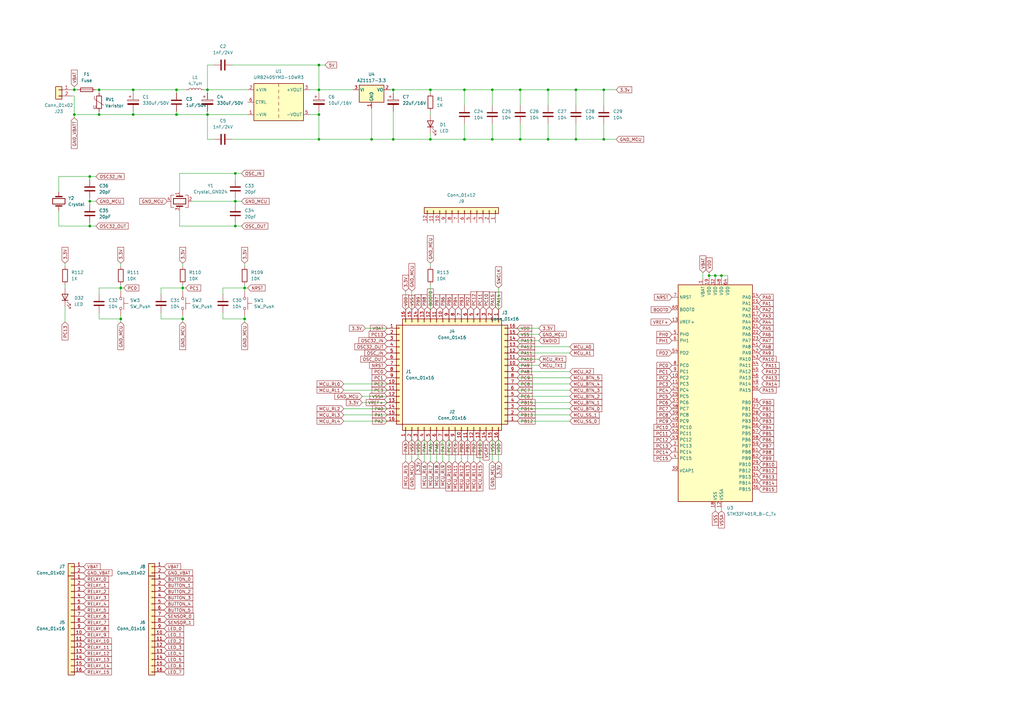
<source format=kicad_sch>
(kicad_sch (version 20250114) (generator "eeschema") (generator_version "9.0")
  (paper "A3")
  (junction (at 85.09 46.99))
  (junction (at 290.83 113.03))
  (junction (at 96.52 82.55))
  (junction (at 72.39 46.99))
  (junction (at 36.83 92.71))
  (junction (at 247.65 57.15))
  (junction (at 190.5 57.15))
  (junction (at 72.39 36.83))
  (junction (at 176.53 36.83))
  (junction (at 130.81 26.67))
  (junction (at 293.37 113.03))
  (junction (at 161.29 57.15))
  (junction (at 201.93 57.15))
  (junction (at 201.93 36.83))
  (junction (at 96.52 71.12))
  (junction (at 247.65 36.83))
  (junction (at 130.81 46.99))
  (junction (at 100.33 118.11))
  (junction (at 176.53 57.15))
  (junction (at 190.5 36.83))
  (junction (at 224.79 57.15))
  (junction (at 54.61 46.99))
  (junction (at 100.33 130.81))
  (junction (at 74.93 130.81))
  (junction (at 30.48 36.83))
  (junction (at 130.81 57.15))
  (junction (at 161.29 36.83))
  (junction (at 49.53 118.11))
  (junction (at 96.52 92.71))
  (junction (at 74.93 118.11))
  (junction (at 213.36 36.83))
  (junction (at 213.36 57.15))
  (junction (at 54.61 36.83))
  (junction (at 36.83 72.39))
  (junction (at 295.91 113.03))
  (junction (at 236.22 57.15))
  (junction (at 30.48 46.99))
  (junction (at 130.81 36.83))
  (junction (at 152.4 57.15))
  (junction (at 36.83 82.55))
  (junction (at 85.09 36.83))
  (junction (at 224.79 36.83))
  (junction (at 49.53 130.81))
  (junction (at 40.64 36.83))
  (junction (at 40.64 46.99))
  (junction (at 236.22 36.83))
  (wire (pts (xy 213.36 36.83) (xy 213.36 43.18)))
  (wire (pts (xy 212.09 137.16) (xy 220.98 137.16)))
  (wire (pts (xy 85.09 45.72) (xy 85.09 46.99)))
  (wire (pts (xy 40.64 36.83) (xy 39.37 36.83)))
  (wire (pts (xy 40.64 36.83) (xy 54.61 36.83)))
  (wire (pts (xy 24.13 86.36) (xy 24.13 92.71)))
  (wire (pts (xy 72.39 36.83) (xy 72.39 38.1)))
  (wire (pts (xy 91.44 118.11) (xy 100.33 118.11)))
  (wire (pts (xy 39.37 92.71) (xy 36.83 92.71)))
  (wire (pts (xy 30.48 35.56) (xy 30.48 36.83)))
  (wire (pts (xy 293.37 113.03) (xy 293.37 114.3)))
  (wire (pts (xy 201.93 36.83) (xy 201.93 43.18)))
  (wire (pts (xy 130.81 45.72) (xy 130.81 46.99)))
  (wire (pts (xy 30.48 39.37) (xy 30.48 46.99)))
  (wire (pts (xy 152.4 44.45) (xy 152.4 57.15)))
  (wire (pts (xy 100.33 116.84) (xy 100.33 118.11)))
  (wire (pts (xy 140.97 157.48) (xy 158.75 157.48)))
  (wire (pts (xy 49.53 107.95) (xy 49.53 109.22)))
  (wire (pts (xy 148.59 165.1) (xy 158.75 165.1)))
  (wire (pts (xy 212.09 139.7) (xy 220.98 139.7)))
  (wire (pts (xy 100.33 129.54) (xy 100.33 130.81)))
  (wire (pts (xy 36.83 72.39) (xy 36.83 73.66)))
  (wire (pts (xy 85.09 36.83) (xy 85.09 38.1)))
  (wire (pts (xy 36.83 81.28) (xy 36.83 82.55)))
  (wire (pts (xy 236.22 36.83) (xy 236.22 43.18)))
  (wire (pts (xy 24.13 92.71) (xy 36.83 92.71)))
  (wire (pts (xy 247.65 36.83) (xy 252.73 36.83)))
  (wire (pts (xy 99.06 92.71) (xy 96.52 92.71)))
  (wire (pts (xy 85.09 26.67) (xy 85.09 36.83)))
  (wire (pts (xy 212.09 165.1) (xy 233.68 165.1)))
  (wire (pts (xy 196.85 180.34) (xy 196.85 189.23)))
  (wire (pts (xy 130.81 57.15) (xy 130.81 46.99)))
  (wire (pts (xy 161.29 45.72) (xy 161.29 57.15)))
  (wire (pts (xy 76.2 36.83) (xy 72.39 36.83)))
  (wire (pts (xy 161.29 57.15) (xy 152.4 57.15)))
  (wire (pts (xy 295.91 113.03) (xy 295.91 114.3)))
  (wire (pts (xy 36.83 72.39) (xy 24.13 72.39)))
  (wire (pts (xy 29.21 36.83) (xy 30.48 36.83)))
  (wire (pts (xy 236.22 36.83) (xy 247.65 36.83)))
  (wire (pts (xy 66.04 128.27) (xy 66.04 130.81)))
  (wire (pts (xy 194.31 180.34) (xy 194.31 189.23)))
  (wire (pts (xy 99.06 71.12) (xy 96.52 71.12)))
  (wire (pts (xy 49.53 116.84) (xy 49.53 118.11)))
  (wire (pts (xy 201.93 36.83) (xy 213.36 36.83)))
  (wire (pts (xy 72.39 46.99) (xy 85.09 46.99)))
  (wire (pts (xy 176.53 36.83) (xy 190.5 36.83)))
  (wire (pts (xy 191.77 180.34) (xy 191.77 189.23)))
  (wire (pts (xy 295.91 208.28) (xy 295.91 209.55)))
  (wire (pts (xy 87.63 57.15) (xy 85.09 57.15)))
  (wire (pts (xy 201.93 50.8) (xy 201.93 57.15)))
  (wire (pts (xy 212.09 142.24) (xy 233.68 142.24)))
  (wire (pts (xy 66.04 120.65) (xy 66.04 118.11)))
  (wire (pts (xy 40.64 130.81) (xy 49.53 130.81)))
  (wire (pts (xy 26.67 116.84) (xy 26.67 118.11)))
  (wire (pts (xy 298.45 113.03) (xy 298.45 114.3)))
  (wire (pts (xy 212.09 152.4) (xy 233.68 152.4)))
  (wire (pts (xy 66.04 118.11) (xy 74.93 118.11)))
  (wire (pts (xy 213.36 50.8) (xy 213.36 57.15)))
  (wire (pts (xy 130.81 36.83) (xy 144.78 36.83)))
  (wire (pts (xy 40.64 46.99) (xy 54.61 46.99)))
  (wire (pts (xy 91.44 128.27) (xy 91.44 130.81)))
  (wire (pts (xy 186.69 180.34) (xy 186.69 189.23)))
  (wire (pts (xy 224.79 36.83) (xy 236.22 36.83)))
  (wire (pts (xy 168.91 119.38) (xy 168.91 127)))
  (wire (pts (xy 85.09 46.99) (xy 101.6 46.99)))
  (wire (pts (xy 91.44 130.81) (xy 100.33 130.81)))
  (wire (pts (xy 95.25 57.15) (xy 130.81 57.15)))
  (wire (pts (xy 95.25 26.67) (xy 130.81 26.67)))
  (wire (pts (xy 96.52 82.55) (xy 96.52 83.82)))
  (wire (pts (xy 293.37 208.28) (xy 293.37 209.55)))
  (wire (pts (xy 166.37 180.34) (xy 166.37 189.23)))
  (wire (pts (xy 171.45 180.34) (xy 171.45 187.96)))
  (wire (pts (xy 76.2 118.11) (xy 74.93 118.11)))
  (wire (pts (xy 161.29 36.83) (xy 161.29 38.1)))
  (wire (pts (xy 72.39 45.72) (xy 72.39 46.99)))
  (wire (pts (xy 74.93 116.84) (xy 74.93 118.11)))
  (wire (pts (xy 40.64 120.65) (xy 40.64 118.11)))
  (wire (pts (xy 190.5 50.8) (xy 190.5 57.15)))
  (wire (pts (xy 96.52 71.12) (xy 96.52 73.66)))
  (wire (pts (xy 247.65 57.15) (xy 252.73 57.15)))
  (wire (pts (xy 213.36 57.15) (xy 224.79 57.15)))
  (wire (pts (xy 36.83 82.55) (xy 39.37 82.55)))
  (wire (pts (xy 133.35 26.67) (xy 130.81 26.67)))
  (wire (pts (xy 190.5 57.15) (xy 201.93 57.15)))
  (wire (pts (xy 173.99 180.34) (xy 173.99 189.23)))
  (wire (pts (xy 212.09 134.62) (xy 220.98 134.62)))
  (wire (pts (xy 288.29 111.76) (xy 288.29 114.3)))
  (wire (pts (xy 36.83 82.55) (xy 36.83 83.82)))
  (wire (pts (xy 85.09 46.99) (xy 85.09 57.15)))
  (wire (pts (xy 224.79 36.83) (xy 224.79 43.18)))
  (wire (pts (xy 176.53 180.34) (xy 176.53 189.23)))
  (wire (pts (xy 190.5 36.83) (xy 190.5 43.18)))
  (wire (pts (xy 176.53 36.83) (xy 176.53 38.1)))
  (wire (pts (xy 130.81 38.1) (xy 130.81 36.83)))
  (wire (pts (xy 96.52 82.55) (xy 99.06 82.55)))
  (wire (pts (xy 140.97 160.02) (xy 158.75 160.02)))
  (wire (pts (xy 85.09 36.83) (xy 101.6 36.83)))
  (wire (pts (xy 190.5 36.83) (xy 201.93 36.83)))
  (wire (pts (xy 176.53 54.61) (xy 176.53 57.15)))
  (wire (pts (xy 54.61 45.72) (xy 54.61 46.99)))
  (wire (pts (xy 66.04 130.81) (xy 74.93 130.81)))
  (wire (pts (xy 96.52 81.28) (xy 96.52 82.55)))
  (wire (pts (xy 189.23 180.34) (xy 189.23 189.23)))
  (wire (pts (xy 40.64 118.11) (xy 49.53 118.11)))
  (wire (pts (xy 247.65 50.8) (xy 247.65 57.15)))
  (wire (pts (xy 149.86 134.62) (xy 158.75 134.62)))
  (wire (pts (xy 293.37 113.03) (xy 295.91 113.03)))
  (wire (pts (xy 96.52 71.12) (xy 73.66 71.12)))
  (wire (pts (xy 161.29 36.83) (xy 176.53 36.83)))
  (wire (pts (xy 212.09 162.56) (xy 233.68 162.56)))
  (wire (pts (xy 224.79 57.15) (xy 236.22 57.15)))
  (wire (pts (xy 96.52 91.44) (xy 96.52 92.71)))
  (wire (pts (xy 212.09 154.94) (xy 233.68 154.94)))
  (wire (pts (xy 40.64 128.27) (xy 40.64 130.81)))
  (wire (pts (xy 201.93 57.15) (xy 213.36 57.15)))
  (wire (pts (xy 176.53 57.15) (xy 161.29 57.15)))
  (wire (pts (xy 176.53 107.95) (xy 176.53 109.22)))
  (wire (pts (xy 74.93 130.81) (xy 74.93 132.08)))
  (wire (pts (xy 30.48 46.99) (xy 40.64 46.99)))
  (wire (pts (xy 181.61 180.34) (xy 181.61 189.23)))
  (wire (pts (xy 130.81 26.67) (xy 130.81 36.83)))
  (wire (pts (xy 212.09 170.18) (xy 233.68 170.18)))
  (wire (pts (xy 87.63 26.67) (xy 85.09 26.67)))
  (wire (pts (xy 73.66 71.12) (xy 73.66 78.74)))
  (wire (pts (xy 49.53 130.81) (xy 49.53 132.08)))
  (wire (pts (xy 26.67 125.73) (xy 26.67 132.08)))
  (wire (pts (xy 29.21 39.37) (xy 30.48 39.37)))
  (wire (pts (xy 236.22 57.15) (xy 247.65 57.15)))
  (wire (pts (xy 96.52 92.71) (xy 73.66 92.71)))
  (wire (pts (xy 212.09 144.78) (xy 233.68 144.78)))
  (wire (pts (xy 140.97 167.64) (xy 158.75 167.64)))
  (wire (pts (xy 100.33 130.81) (xy 100.33 132.08)))
  (wire (pts (xy 54.61 46.99) (xy 72.39 46.99)))
  (wire (pts (xy 74.93 129.54) (xy 74.93 130.81)))
  (wire (pts (xy 39.37 72.39) (xy 36.83 72.39)))
  (wire (pts (xy 290.83 111.76) (xy 290.83 113.03)))
  (wire (pts (xy 50.8 118.11) (xy 49.53 118.11)))
  (wire (pts (xy 247.65 36.83) (xy 247.65 43.18)))
  (wire (pts (xy 176.53 116.84) (xy 176.53 127)))
  (wire (pts (xy 40.64 45.72) (xy 40.64 46.99)))
  (wire (pts (xy 127 36.83) (xy 130.81 36.83)))
  (wire (pts (xy 140.97 170.18) (xy 158.75 170.18)))
  (wire (pts (xy 213.36 36.83) (xy 224.79 36.83)))
  (wire (pts (xy 201.93 180.34) (xy 201.93 189.23)))
  (wire (pts (xy 74.93 107.95) (xy 74.93 109.22)))
  (wire (pts (xy 40.64 36.83) (xy 40.64 38.1)))
  (wire (pts (xy 31.75 36.83) (xy 30.48 36.83)))
  (wire (pts (xy 100.33 107.95) (xy 100.33 109.22)))
  (wire (pts (xy 49.53 129.54) (xy 49.53 130.81)))
  (wire (pts (xy 176.53 45.72) (xy 176.53 46.99)))
  (wire (pts (xy 290.83 113.03) (xy 293.37 113.03)))
  (wire (pts (xy 212.09 167.64) (xy 233.68 167.64)))
  (wire (pts (xy 212.09 157.48) (xy 233.68 157.48)))
  (wire (pts (xy 152.4 57.15) (xy 130.81 57.15)))
  (wire (pts (xy 290.83 114.3) (xy 290.83 113.03)))
  (wire (pts (xy 212.09 147.32) (xy 220.98 147.32)))
  (wire (pts (xy 168.91 180.34) (xy 168.91 189.23)))
  (wire (pts (xy 140.97 172.72) (xy 158.75 172.72)))
  (wire (pts (xy 204.47 180.34) (xy 204.47 189.23)))
  (wire (pts (xy 72.39 36.83) (xy 54.61 36.83)))
  (wire (pts (xy 54.61 36.83) (xy 54.61 38.1)))
  (wire (pts (xy 73.66 92.71) (xy 73.66 86.36)))
  (wire (pts (xy 101.6 118.11) (xy 100.33 118.11)))
  (wire (pts (xy 179.07 180.34) (xy 179.07 189.23)))
  (wire (pts (xy 204.47 118.11) (xy 204.47 127)))
  (wire (pts (xy 49.53 118.11) (xy 49.53 119.38)))
  (wire (pts (xy 26.67 107.95) (xy 26.67 109.22)))
  (wire (pts (xy 36.83 92.71) (xy 36.83 91.44)))
  (wire (pts (xy 212.09 149.86) (xy 220.98 149.86)))
  (wire (pts (xy 83.82 36.83) (xy 85.09 36.83)))
  (wire (pts (xy 295.91 113.03) (xy 298.45 113.03)))
  (wire (pts (xy 176.53 57.15) (xy 190.5 57.15)))
  (wire (pts (xy 224.79 50.8) (xy 224.79 57.15)))
  (wire (pts (xy 78.74 82.55) (xy 96.52 82.55)))
  (wire (pts (xy 74.93 118.11) (xy 74.93 119.38)))
  (wire (pts (xy 212.09 160.02) (xy 233.68 160.02)))
  (wire (pts (xy 184.15 180.34) (xy 184.15 189.23)))
  (wire (pts (xy 160.02 36.83) (xy 161.29 36.83)))
  (wire (pts (xy 236.22 50.8) (xy 236.22 57.15)))
  (wire (pts (xy 100.33 118.11) (xy 100.33 119.38)))
  (wire (pts (xy 91.44 120.65) (xy 91.44 118.11)))
  (wire (pts (xy 148.59 162.56) (xy 158.75 162.56)))
  (wire (pts (xy 30.48 46.99) (xy 30.48 48.26)))
  (wire (pts (xy 127 46.99) (xy 130.81 46.99)))
  (wire (pts (xy 212.09 172.72) (xy 233.68 172.72)))
  (wire (pts (xy 24.13 72.39) (xy 24.13 78.74)))
  (wire (pts (xy 166.37 119.38) (xy 166.37 127)))
  (global_label "MCU_BTN_2" (shape input) (at 233.68 162.56 0) (property "Intersheetrefs" "${INTERSHEET_REFS}" (effects (hide yes))))
  (global_label "VREF+" (shape input) (at 158.75 165.1 180) (property "Intersheetrefs" "${INTERSHEET_REFS}" (effects (hide yes))))
  (global_label "GND_MCU" (shape input) (at 176.53 107.95 90) (property "Intersheetrefs" "${INTERSHEET_REFS}" (effects (hide yes))))
  (global_label "PB2" (shape input) (at 194.31 180.34 270) (property "Intersheetrefs" "${INTERSHEET_REFS}" (effects (hide yes))))
  (global_label "MCU_RL14" (shape input) (at 194.31 189.23 270) (property "Intersheetrefs" "${INTERSHEET_REFS}" (effects (hide yes))))
  (global_label "PA8" (shape input) (at 311.15 142.24 0) (property "Intersheetrefs" "${INTERSHEET_REFS}" (effects (hide yes))))
  (global_label "PB1" (shape input) (at 191.77 180.34 270) (property "Intersheetrefs" "${INTERSHEET_REFS}" (effects (hide yes))))
  (global_label "BUTTON_5" (shape input) (at 67.31 250.19 0) (property "Intersheetrefs" "${INTERSHEET_REFS}" (effects (hide yes))))
  (global_label "RELAY_2" (shape input) (at 34.29 242.57 0) (property "Intersheetrefs" "${INTERSHEET_REFS}" (effects (hide yes))))
  (global_label "BUTTON_1" (shape input) (at 67.31 240.03 0) (property "Intersheetrefs" "${INTERSHEET_REFS}" (effects (hide yes))))
  (global_label "PC9" (shape input) (at 212.09 154.94 0) (property "Intersheetrefs" "${INTERSHEET_REFS}" (effects (hide yes))))
  (global_label "PA6" (shape input) (at 311.15 137.16 0) (property "Intersheetrefs" "${INTERSHEET_REFS}" (effects (hide yes))))
  (global_label "PB3" (shape input) (at 189.23 127 90) (property "Intersheetrefs" "${INTERSHEET_REFS}" (effects (hide yes))))
  (global_label "PC11" (shape input) (at 196.85 127 90) (property "Intersheetrefs" "${INTERSHEET_REFS}" (effects (hide yes))))
  (global_label "GND_MCU" (shape input) (at 39.37 82.55 0) (property "Intersheetrefs" "${INTERSHEET_REFS}" (effects (hide yes))))
  (global_label "PC15" (shape input) (at 275.59 187.96 180) (property "Intersheetrefs" "${INTERSHEET_REFS}" (effects (hide yes))))
  (global_label "VBAT" (shape input) (at 288.29 111.76 90) (property "Intersheetrefs" "${INTERSHEET_REFS}" (effects (hide yes))))
  (global_label "RELAY_15" (shape input) (at 34.29 275.59 0) (property "Intersheetrefs" "${INTERSHEET_REFS}" (effects (hide yes))))
  (global_label "PA1" (shape input) (at 158.75 170.18 180) (property "Intersheetrefs" "${INTERSHEET_REFS}" (effects (hide yes))))
  (global_label "PC11" (shape input) (at 275.59 177.8 180) (property "Intersheetrefs" "${INTERSHEET_REFS}" (effects (hide yes))))
  (global_label "GND_MCU" (shape input) (at 252.73 57.15 0) (property "Intersheetrefs" "${INTERSHEET_REFS}" (effects (hide yes))))
  (global_label "PA9" (shape input) (at 311.15 144.78 0) (property "Intersheetrefs" "${INTERSHEET_REFS}" (effects (hide yes))))
  (global_label "RELAY_8" (shape input) (at 34.29 257.81 0) (property "Intersheetrefs" "${INTERSHEET_REFS}" (effects (hide yes))))
  (global_label "MCU_RL11" (shape input) (at 186.69 189.23 270) (property "Intersheetrefs" "${INTERSHEET_REFS}" (effects (hide yes))))
  (global_label "PA10" (shape input) (at 212.09 147.32 0) (property "Intersheetrefs" "${INTERSHEET_REFS}" (effects (hide yes))))
  (global_label "3.3V" (shape input) (at 148.59 165.1 180) (property "Intersheetrefs" "${INTERSHEET_REFS}" (effects (hide yes))))
  (global_label "OSC_OUT" (shape input) (at 158.75 147.32 180) (property "Intersheetrefs" "${INTERSHEET_REFS}" (effects (hide yes))))
  (global_label "PC14" (shape input) (at 275.59 185.42 180) (property "Intersheetrefs" "${INTERSHEET_REFS}" (effects (hide yes))))
  (global_label "PC13" (shape input) (at 158.75 137.16 180) (property "Intersheetrefs" "${INTERSHEET_REFS}" (effects (hide yes))))
  (global_label "VBAT" (shape input) (at 30.48 35.56 90) (property "Intersheetrefs" "${INTERSHEET_REFS}" (effects (hide yes))))
  (global_label "PH0" (shape input) (at 275.59 137.16 180) (property "Intersheetrefs" "${INTERSHEET_REFS}" (effects (hide yes))))
  (global_label "MCU_RL0" (shape input) (at 140.97 157.48 180) (property "Intersheetrefs" "${INTERSHEET_REFS}" (effects (hide yes))))
  (global_label "PC12" (shape input) (at 194.31 127 90) (property "Intersheetrefs" "${INTERSHEET_REFS}" (effects (hide yes))))
  (global_label "PA12" (shape input) (at 212.09 142.24 0) (property "Intersheetrefs" "${INTERSHEET_REFS}" (effects (hide yes))))
  (global_label "VSSA" (shape input) (at 295.91 209.55 270) (property "Intersheetrefs" "${INTERSHEET_REFS}" (effects (hide yes))))
  (global_label "PA7" (shape input) (at 181.61 180.34 270) (property "Intersheetrefs" "${INTERSHEET_REFS}" (effects (hide yes))))
  (global_label "PA14" (shape input) (at 312.42 157.48 0) (property "Intersheetrefs" "${INTERSHEET_REFS}" (effects (hide yes))))
  (global_label "NRST" (shape input) (at 158.75 149.86 180) (property "Intersheetrefs" "${INTERSHEET_REFS}" (effects (hide yes))))
  (global_label "PA5" (shape input) (at 311.15 134.62 0) (property "Intersheetrefs" "${INTERSHEET_REFS}" (effects (hide yes))))
  (global_label "GND_MCU" (shape input) (at 168.91 119.38 90) (property "Intersheetrefs" "${INTERSHEET_REFS}" (effects (hide yes))))
  (global_label "NRST" (shape input) (at 275.59 121.92 180) (property "Intersheetrefs" "${INTERSHEET_REFS}" (effects (hide yes))))
  (global_label "GND_MCU" (shape input) (at 201.93 189.23 270) (property "Intersheetrefs" "${INTERSHEET_REFS}" (effects (hide yes))))
  (global_label "RELAY_1" (shape input) (at 34.29 240.03 0) (property "Intersheetrefs" "${INTERSHEET_REFS}" (effects (hide yes))))
  (global_label "PB7" (shape input) (at 311.15 182.88 0) (property "Intersheetrefs" "${INTERSHEET_REFS}" (effects (hide yes))))
  (global_label "OSC_IN" (shape input) (at 99.06 71.12 0) (property "Intersheetrefs" "${INTERSHEET_REFS}" (effects (hide yes))))
  (global_label "BUTTON_3" (shape input) (at 67.31 245.11 0) (property "Intersheetrefs" "${INTERSHEET_REFS}" (effects (hide yes))))
  (global_label "MCU_RL3" (shape input) (at 140.97 170.18 180) (property "Intersheetrefs" "${INTERSHEET_REFS}" (effects (hide yes))))
  (global_label "3.3V" (shape input) (at 204.47 189.23 270) (property "Intersheetrefs" "${INTERSHEET_REFS}" (effects (hide yes))))
  (global_label "PB4" (shape input) (at 311.15 175.26 0) (property "Intersheetrefs" "${INTERSHEET_REFS}" (effects (hide yes))))
  (global_label "RELAY_3" (shape input) (at 34.29 245.11 0) (property "Intersheetrefs" "${INTERSHEET_REFS}" (effects (hide yes))))
  (global_label "MCU_A1" (shape input) (at 233.68 144.78 0) (property "Intersheetrefs" "${INTERSHEET_REFS}" (effects (hide yes))))
  (global_label "PC6" (shape input) (at 212.09 162.56 0) (property "Intersheetrefs" "${INTERSHEET_REFS}" (effects (hide yes))))
  (global_label "PA0" (shape input) (at 311.15 121.92 0) (property "Intersheetrefs" "${INTERSHEET_REFS}" (effects (hide yes))))
  (global_label "RELAY_12" (shape input) (at 34.29 267.97 0) (property "Intersheetrefs" "${INTERSHEET_REFS}" (effects (hide yes))))
  (global_label "MCU_RL7" (shape input) (at 176.53 189.23 270) (property "Intersheetrefs" "${INTERSHEET_REFS}" (effects (hide yes))))
  (global_label "VDD" (shape input) (at 204.47 180.34 270) (property "Intersheetrefs" "${INTERSHEET_REFS}" (effects (hide yes))))
  (global_label "PC3" (shape input) (at 275.59 157.48 180) (property "Intersheetrefs" "${INTERSHEET_REFS}" (effects (hide yes))))
  (global_label "PB1" (shape input) (at 311.15 167.64 0) (property "Intersheetrefs" "${INTERSHEET_REFS}" (effects (hide yes))))
  (global_label "PC13" (shape input) (at 275.59 182.88 180) (property "Intersheetrefs" "${INTERSHEET_REFS}" (effects (hide yes))))
  (global_label "PB9" (shape input) (at 171.45 127 90) (property "Intersheetrefs" "${INTERSHEET_REFS}" (effects (hide yes))))
  (global_label "BOOT0" (shape input) (at 176.53 127 90) (property "Intersheetrefs" "${INTERSHEET_REFS}" (effects (hide yes))))
  (global_label "PC1" (shape input) (at 275.59 152.4 180) (property "Intersheetrefs" "${INTERSHEET_REFS}" (effects (hide yes))))
  (global_label "PB3" (shape input) (at 311.15 172.72 0) (property "Intersheetrefs" "${INTERSHEET_REFS}" (effects (hide yes))))
  (global_label "MCU_RL2" (shape input) (at 140.97 167.64 180) (property "Intersheetrefs" "${INTERSHEET_REFS}" (effects (hide yes))))
  (global_label "OSC_OUT" (shape input) (at 99.06 92.71 0) (property "Intersheetrefs" "${INTERSHEET_REFS}" (effects (hide yes))))
  (global_label "PA9" (shape input) (at 212.09 149.86 0) (property "Intersheetrefs" "${INTERSHEET_REFS}" (effects (hide yes))))
  (global_label "VREF+" (shape input) (at 275.59 132.08 180) (property "Intersheetrefs" "${INTERSHEET_REFS}" (effects (hide yes))))
  (global_label "BOOT0" (shape input) (at 275.59 127 180) (property "Intersheetrefs" "${INTERSHEET_REFS}" (effects (hide yes))))
  (global_label "PB0" (shape input) (at 189.23 180.34 270) (property "Intersheetrefs" "${INTERSHEET_REFS}" (effects (hide yes))))
  (global_label "OSC32_IN" (shape input) (at 158.75 139.7 180) (property "Intersheetrefs" "${INTERSHEET_REFS}" (effects (hide yes))))
  (global_label "PB9" (shape input) (at 311.15 187.96 0) (property "Intersheetrefs" "${INTERSHEET_REFS}" (effects (hide yes))))
  (global_label "3.3V" (shape input) (at 149.86 134.62 180) (property "Intersheetrefs" "${INTERSHEET_REFS}" (effects (hide yes))))
  (global_label "PA11" (shape input) (at 212.09 144.78 0) (property "Intersheetrefs" "${INTERSHEET_REFS}" (effects (hide yes))))
  (global_label "PC5" (shape input) (at 186.69 180.34 270) (property "Intersheetrefs" "${INTERSHEET_REFS}" (effects (hide yes))))
  (global_label "OSC32_OUT" (shape input) (at 39.37 92.71 0) (property "Intersheetrefs" "${INTERSHEET_REFS}" (effects (hide yes))))
  (global_label "OSC32_OUT" (shape input) (at 158.75 142.24 180) (property "Intersheetrefs" "${INTERSHEET_REFS}" (effects (hide yes))))
  (global_label "MCU_BTN_3" (shape input) (at 233.68 160.02 0) (property "Intersheetrefs" "${INTERSHEET_REFS}" (effects (hide yes))))
  (global_label "PC10" (shape input) (at 275.59 175.26 180) (property "Intersheetrefs" "${INTERSHEET_REFS}" (effects (hide yes))))
  (global_label "PC8" (shape input) (at 275.59 170.18 180) (property "Intersheetrefs" "${INTERSHEET_REFS}" (effects (hide yes))))
  (global_label "PB7" (shape input) (at 179.07 127 90) (property "Intersheetrefs" "${INTERSHEET_REFS}" (effects (hide yes))))
  (global_label "VSS" (shape input) (at 168.91 180.34 270) (property "Intersheetrefs" "${INTERSHEET_REFS}" (effects (hide yes))))
  (global_label "GND_MCU" (shape input) (at 68.58 82.55 180) (property "Intersheetrefs" "${INTERSHEET_REFS}" (effects (hide yes))))
  (global_label "MCU_BTN_4" (shape input) (at 233.68 157.48 0) (property "Intersheetrefs" "${INTERSHEET_REFS}" (effects (hide yes))))
  (global_label "PC7" (shape input) (at 212.09 160.02 0) (property "Intersheetrefs" "${INTERSHEET_REFS}" (effects (hide yes))))
  (global_label "3.3v" (shape input) (at 252.73 36.83 0) (property "Intersheetrefs" "${INTERSHEET_REFS}" (effects (hide yes))))
  (global_label "PB4" (shape input) (at 186.69 127 90) (property "Intersheetrefs" "${INTERSHEET_REFS}" (effects (hide yes))))
  (global_label "SWDIO" (shape input) (at 220.98 139.7 0) (property "Intersheetrefs" "${INTERSHEET_REFS}" (effects (hide yes))))
  (global_label "NRST" (shape input) (at 101.6 118.11 0) (property "Intersheetrefs" "${INTERSHEET_REFS}" (effects (hide yes))))
  (global_label "OSC_IN" (shape input) (at 158.75 144.78 180) (property "Intersheetrefs" "${INTERSHEET_REFS}" (effects (hide yes))))
  (global_label "GND_MCU" (shape input) (at 74.93 132.08 270) (property "Intersheetrefs" "${INTERSHEET_REFS}" (effects (hide yes))))
  (global_label "PA3" (shape input) (at 311.15 129.54 0) (property "Intersheetrefs" "${INTERSHEET_REFS}" (effects (hide yes))))
  (global_label "PB15" (shape input) (at 212.09 165.1 0) (property "Intersheetrefs" "${INTERSHEET_REFS}" (effects (hide yes))))
  (global_label "LED_4" (shape input) (at 67.31 267.97 0) (property "Intersheetrefs" "${INTERSHEET_REFS}" (effects (hide yes))))
  (global_label "VSS" (shape input) (at 293.37 209.55 270) (property "Intersheetrefs" "${INTERSHEET_REFS}" (effects (hide yes))))
  (global_label "PB15" (shape input) (at 311.15 200.66 0) (property "Intersheetrefs" "${INTERSHEET_REFS}" (effects (hide yes))))
  (global_label "PC1" (shape input) (at 158.75 154.94 180) (property "Intersheetrefs" "${INTERSHEET_REFS}" (effects (hide yes))))
  (global_label "PA15" (shape input) (at 201.93 127 90) (property "Intersheetrefs" "${INTERSHEET_REFS}" (effects (hide yes))))
  (global_label "PA4" (shape input) (at 173.99 180.34 270) (property "Intersheetrefs" "${INTERSHEET_REFS}" (effects (hide yes))))
  (global_label "LED_5" (shape input) (at 67.31 270.51 0) (property "Intersheetrefs" "${INTERSHEET_REFS}" (effects (hide yes))))
  (global_label "PC9" (shape input) (at 275.59 172.72 180) (property "Intersheetrefs" "${INTERSHEET_REFS}" (effects (hide yes))))
  (global_label "GND_MCU" (shape input) (at 99.06 82.55 0) (property "Intersheetrefs" "${INTERSHEET_REFS}" (effects (hide yes))))
  (global_label "PB6" (shape input) (at 181.61 127 90) (property "Intersheetrefs" "${INTERSHEET_REFS}" (effects (hide yes))))
  (global_label "3.3V" (shape input) (at 171.45 187.96 270) (property "Intersheetrefs" "${INTERSHEET_REFS}" (effects (hide yes))))
  (global_label "MCU_RL8" (shape input) (at 179.07 189.23 270) (property "Intersheetrefs" "${INTERSHEET_REFS}" (effects (hide yes))))
  (global_label "PA3" (shape input) (at 166.37 180.34 270) (property "Intersheetrefs" "${INTERSHEET_REFS}" (effects (hide yes))))
  (global_label "PC2" (shape input) (at 158.75 157.48 180) (property "Intersheetrefs" "${INTERSHEET_REFS}" (effects (hide yes))))
  (global_label "PB8" (shape input) (at 173.99 127 90) (property "Intersheetrefs" "${INTERSHEET_REFS}" (effects (hide yes))))
  (global_label "PA5" (shape input) (at 176.53 180.34 270) (property "Intersheetrefs" "${INTERSHEET_REFS}" (effects (hide yes))))
  (global_label "PC7" (shape input) (at 275.59 167.64 180) (property "Intersheetrefs" "${INTERSHEET_REFS}" (effects (hide yes))))
  (global_label "LED_1" (shape input) (at 67.31 260.35 0) (property "Intersheetrefs" "${INTERSHEET_REFS}" (effects (hide yes))))
  (global_label "BUTTON_4" (shape input) (at 67.31 247.65 0) (property "Intersheetrefs" "${INTERSHEET_REFS}" (effects (hide yes))))
  (global_label "PC0" (shape input) (at 158.75 152.4 180) (property "Intersheetrefs" "${INTERSHEET_REFS}" (effects (hide yes))))
  (global_label "PC10" (shape input) (at 199.39 127 90) (property "Intersheetrefs" "${INTERSHEET_REFS}" (effects (hide yes))))
  (global_label "PB13" (shape input) (at 212.09 170.18 0) (property "Intersheetrefs" "${INTERSHEET_REFS}" (effects (hide yes))))
  (global_label "PB10" (shape input) (at 196.85 180.34 270) (property "Intersheetrefs" "${INTERSHEET_REFS}" (effects (hide yes))))
  (global_label "VCAP1" (shape input) (at 199.39 180.34 270) (property "Intersheetrefs" "${INTERSHEET_REFS}" (effects (hide yes))))
  (global_label "OSC32_IN" (shape input) (at 39.37 72.39 0) (property "Intersheetrefs" "${INTERSHEET_REFS}" (effects (hide yes))))
  (global_label "PB12" (shape input) (at 311.15 193.04 0) (property "Intersheetrefs" "${INTERSHEET_REFS}" (effects (hide yes))))
  (global_label "VSS" (shape input) (at 168.91 127 90) (property "Intersheetrefs" "${INTERSHEET_REFS}" (effects (hide yes))))
  (global_label "MCU_RL10" (shape input) (at 184.15 189.23 270) (property "Intersheetrefs" "${INTERSHEET_REFS}" (effects (hide yes))))
  (global_label "PA7" (shape input) (at 311.15 139.7 0) (property "Intersheetrefs" "${INTERSHEET_REFS}" (effects (hide yes))))
  (global_label "GND_VBAT" (shape input) (at 67.31 234.95 0) (property "Intersheetrefs" "${INTERSHEET_REFS}" (effects (hide yes))))
  (global_label "PA2" (shape input) (at 311.15 127 0) (property "Intersheetrefs" "${INTERSHEET_REFS}" (effects (hide yes))))
  (global_label "BUTTON_2" (shape input) (at 67.31 242.57 0) (property "Intersheetrefs" "${INTERSHEET_REFS}" (effects (hide yes))))
  (global_label "3.3V" (shape input) (at 220.98 134.62 0) (property "Intersheetrefs" "${INTERSHEET_REFS}" (effects (hide yes))))
  (global_label "LED_3" (shape input) (at 67.31 265.43 0) (property "Intersheetrefs" "${INTERSHEET_REFS}" (effects (hide yes))))
  (global_label "PC13" (shape input) (at 26.67 132.08 270) (property "Intersheetrefs" "${INTERSHEET_REFS}" (effects (hide yes))))
  (global_label "PC0" (shape input) (at 275.59 149.86 180) (property "Intersheetrefs" "${INTERSHEET_REFS}" (effects (hide yes))))
  (global_label "PB8" (shape input) (at 311.15 185.42 0) (property "Intersheetrefs" "${INTERSHEET_REFS}" (effects (hide yes))))
  (global_label "RELAY_0" (shape input) (at 34.29 237.49 0) (property "Intersheetrefs" "${INTERSHEET_REFS}" (effects (hide yes))))
  (global_label "VDD" (shape input) (at 290.83 111.76 90) (property "Intersheetrefs" "${INTERSHEET_REFS}" (effects (hide yes))))
  (global_label "RELAY_10" (shape input) (at 34.29 262.89 0) (property "Intersheetrefs" "${INTERSHEET_REFS}" (effects (hide yes))))
  (global_label "PB6" (shape input) (at 311.15 180.34 0) (property "Intersheetrefs" "${INTERSHEET_REFS}" (effects (hide yes))))
  (global_label "3.3V" (shape input) (at 49.53 107.95 90) (property "Intersheetrefs" "${INTERSHEET_REFS}" (effects (hide yes))))
  (global_label "PD2" (shape input) (at 191.77 127 90) (property "Intersheetrefs" "${INTERSHEET_REFS}" (effects (hide yes))))
  (global_label "PB14" (shape input) (at 212.09 167.64 0) (property "Intersheetrefs" "${INTERSHEET_REFS}" (effects (hide yes))))
  (global_label "PC8" (shape input) (at 212.09 157.48 0) (property "Intersheetrefs" "${INTERSHEET_REFS}" (effects (hide yes))))
  (global_label "MCU_A2" (shape input) (at 233.68 152.4 0) (property "Intersheetrefs" "${INTERSHEET_REFS}" (effects (hide yes))))
  (global_label "LED_6" (shape input) (at 67.31 273.05 0) (property "Intersheetrefs" "${INTERSHEET_REFS}" (effects (hide yes))))
  (global_label "PC1" (shape input) (at 76.2 118.11 0) (property "Intersheetrefs" "${INTERSHEET_REFS}" (effects (hide yes))))
  (global_label "3.3V" (shape input) (at 26.67 107.95 90) (property "Intersheetrefs" "${INTERSHEET_REFS}" (effects (hide yes))))
  (global_label "PA10" (shape input) (at 311.15 147.32 0) (property "Intersheetrefs" "${INTERSHEET_REFS}" (effects (hide yes))))
  (global_label "LED_0" (shape input) (at 67.31 257.81 0) (property "Intersheetrefs" "${INTERSHEET_REFS}" (effects (hide yes))))
  (global_label "SENSOR_0" (shape input) (at 67.31 252.73 0) (property "Intersheetrefs" "${INTERSHEET_REFS}" (effects (hide yes))))
  (global_label "GND_VBAT" (shape input) (at 34.29 234.95 0) (property "Intersheetrefs" "${INTERSHEET_REFS}" (effects (hide yes))))
  (global_label "PA2" (shape input) (at 158.75 172.72 180) (property "Intersheetrefs" "${INTERSHEET_REFS}" (effects (hide yes))))
  (global_label "GND_MCU" (shape input) (at 100.33 132.08 270) (property "Intersheetrefs" "${INTERSHEET_REFS}" (effects (hide yes))))
  (global_label "PB12" (shape input) (at 212.09 172.72 0) (property "Intersheetrefs" "${INTERSHEET_REFS}" (effects (hide yes))))
  (global_label "PA13" (shape input) (at 312.42 154.94 0) (property "Intersheetrefs" "${INTERSHEET_REFS}" (effects (hide yes))))
  (global_label "VSS" (shape input) (at 212.09 137.16 0) (property "Intersheetrefs" "${INTERSHEET_REFS}" (effects (hide yes))))
  (global_label "MCU_RL5" (shape input) (at 166.37 189.23 270) (property "Intersheetrefs" "${INTERSHEET_REFS}" (effects (hide yes))))
  (global_label "MCU_RL6" (shape input) (at 173.99 189.23 270) (property "Intersheetrefs" "${INTERSHEET_REFS}" (effects (hide yes))))
  (global_label "MCU_A0" (shape input) (at 233.68 142.24 0) (property "Intersheetrefs" "${INTERSHEET_REFS}" (effects (hide yes))))
  (global_label "MCU_BTN_1" (shape input) (at 233.68 165.1 0) (property "Intersheetrefs" "${INTERSHEET_REFS}" (effects (hide yes))))
  (global_label "PB5" (shape input) (at 184.15 127 90) (property "Intersheetrefs" "${INTERSHEET_REFS}" (effects (hide yes))))
  (global_label "GND_MCU" (shape input) (at 168.91 189.23 270) (property "Intersheetrefs" "${INTERSHEET_REFS}" (effects (hide yes))))
  (global_label "MCU_RL12" (shape input) (at 189.23 189.23 270) (property "Intersheetrefs" "${INTERSHEET_REFS}" (effects (hide yes))))
  (global_label "PB0" (shape input) (at 311.15 165.1 0) (property "Intersheetrefs" "${INTERSHEET_REFS}" (effects (hide yes))))
  (global_label "GND_VBATT" (shape input) (at 30.48 48.26 270) (property "Intersheetrefs" "${INTERSHEET_REFS}" (effects (hide yes))))
  (global_label "PA0" (shape input) (at 158.75 167.64 180) (property "Intersheetrefs" "${INTERSHEET_REFS}" (effects (hide yes))))
  (global_label "5V" (shape input) (at 133.35 26.67 0) (property "Intersheetrefs" "${INTERSHEET_REFS}" (effects (hide yes))))
  (global_label "PA11" (shape input) (at 312.42 149.86 0) (property "Intersheetrefs" "${INTERSHEET_REFS}" (effects (hide yes))))
  (global_label "SENSOR_1" (shape input) (at 67.31 255.27 0) (property "Intersheetrefs" "${INTERSHEET_REFS}" (effects (hide yes))))
  (global_label "PB14" (shape input) (at 311.15 198.12 0) (property "Intersheetrefs" "${INTERSHEET_REFS}" (effects (hide yes))))
  (global_label "MCU_RL9" (shape input) (at 181.61 189.23 270) (property "Intersheetrefs" "${INTERSHEET_REFS}" (effects (hide yes))))
  (global_label "MCU_BTN_0" (shape input) (at 233.68 167.64 0) (property "Intersheetrefs" "${INTERSHEET_REFS}" (effects (hide yes))))
  (global_label "VBAT" (shape input) (at 67.31 232.41 0) (property "Intersheetrefs" "${INTERSHEET_REFS}" (effects (hide yes))))
  (global_label "PA13" (shape input) (at 212.09 139.7 0) (property "Intersheetrefs" "${INTERSHEET_REFS}" (effects (hide yes))))
  (global_label "PB10" (shape input) (at 311.15 190.5 0) (property "Intersheetrefs" "${INTERSHEET_REFS}" (effects (hide yes))))
  (global_label "RELAY_14" (shape input) (at 34.29 273.05 0) (property "Intersheetrefs" "${INTERSHEET_REFS}" (effects (hide yes))))
  (global_label "PC3" (shape input) (at 158.75 160.02 180) (property "Intersheetrefs" "${INTERSHEET_REFS}" (effects (hide yes))))
  (global_label "RELAY_6" (shape input) (at 34.29 252.73 0) (property "Intersheetrefs" "${INTERSHEET_REFS}" (effects (hide yes))))
  (global_label "VSS" (shape input) (at 201.93 180.34 270) (property "Intersheetrefs" "${INTERSHEET_REFS}" (effects (hide yes))))
  (global_label "RELAY_5" (shape input) (at 34.29 250.19 0) (property "Intersheetrefs" "${INTERSHEET_REFS}" (effects (hide yes))))
  (global_label "GND_MCU" (shape input) (at 148.59 162.56 180) (property "Intersheetrefs" "${INTERSHEET_REFS}" (effects (hide yes))))
  (global_label "MCU_RL15" (shape input) (at 196.85 189.23 270) (property "Intersheetrefs" "${INTERSHEET_REFS}" (effects (hide yes))))
  (global_label "BUTTON_0" (shape input) (at 67.31 237.49 0) (property "Intersheetrefs" "${INTERSHEET_REFS}" (effects (hide yes))))
  (global_label "PA15" (shape input) (at 311.15 160.02 0) (property "Intersheetrefs" "${INTERSHEET_REFS}" (effects (hide yes))))
  (global_label "VBAT" (shape input) (at 34.29 232.41 0) (property "Intersheetrefs" "${INTERSHEET_REFS}" (effects (hide yes))))
  (global_label "MCU_TX1" (shape input) (at 220.98 149.86 0) (property "Intersheetrefs" "${INTERSHEET_REFS}" (effects (hide yes))))
  (global_label "GND_MCU" (shape input) (at 220.98 137.16 0) (property "Intersheetrefs" "${INTERSHEET_REFS}" (effects (hide yes))))
  (global_label "PA12" (shape input) (at 312.42 152.4 0) (property "Intersheetrefs" "${INTERSHEET_REFS}" (effects (hide yes))))
  (global_label "RELAY_7" (shape input) (at 34.29 255.27 0) (property "Intersheetrefs" "${INTERSHEET_REFS}" (effects (hide yes))))
  (global_label "3.3V" (shape input) (at 166.37 119.38 90) (property "Intersheetrefs" "${INTERSHEET_REFS}" (effects (hide yes))))
  (global_label "PD2" (shape input) (at 275.59 144.78 180) (property "Intersheetrefs" "${INTERSHEET_REFS}" (effects (hide yes))))
  (global_label "RELAY_13" (shape input) (at 34.29 270.51 0) (property "Intersheetrefs" "${INTERSHEET_REFS}" (effects (hide yes))))
  (global_label "PA14" (shape input) (at 204.47 127 90) (property "Intersheetrefs" "${INTERSHEET_REFS}" (effects (hide yes))))
  (global_label "MCU_SS_1" (shape input) (at 233.68 170.18 0) (property "Intersheetrefs" "${INTERSHEET_REFS}" (effects (hide yes))))
  (global_label "GND_MCU" (shape input) (at 49.53 132.08 270) (property "Intersheetrefs" "${INTERSHEET_REFS}" (effects (hide yes))))
  (global_label "3.3V" (shape input) (at 100.33 107.95 90) (property "Intersheetrefs" "${INTERSHEET_REFS}" (effects (hide yes))))
  (global_label "PA4" (shape input) (at 311.15 132.08 0) (property "Intersheetrefs" "${INTERSHEET_REFS}" (effects (hide yes))))
  (global_label "RELAY_11" (shape input) (at 34.29 265.43 0) (property "Intersheetrefs" "${INTERSHEET_REFS}" (effects (hide yes))))
  (global_label "PC2" (shape input) (at 275.59 154.94 180) (property "Intersheetrefs" "${INTERSHEET_REFS}" (effects (hide yes))))
  (global_label "LED_7" (shape input) (at 67.31 275.59 0) (property "Intersheetrefs" "${INTERSHEET_REFS}" (effects (hide yes))))
  (global_label "VBAT" (shape input) (at 158.75 134.62 180) (property "Intersheetrefs" "${INTERSHEET_REFS}" (effects (hide yes))))
  (global_label "SWCLK" (shape input) (at 204.47 118.11 90) (property "Intersheetrefs" "${INTERSHEET_REFS}" (effects (hide yes))))
  (global_label "MCU_SS_0" (shape input) (at 233.68 172.72 0) (property "Intersheetrefs" "${INTERSHEET_REFS}" (effects (hide yes))))
  (global_label "MCU_BTN_5" (shape input) (at 233.68 154.94 0) (property "Intersheetrefs" "${INTERSHEET_REFS}" (effects (hide yes))))
  (global_label "VDD" (shape input) (at 212.09 134.62 0) (property "Intersheetrefs" "${INTERSHEET_REFS}" (effects (hide yes))))
  (global_label "RELAY_9" (shape input) (at 34.29 260.35 0) (property "Intersheetrefs" "${INTERSHEET_REFS}" (effects (hide yes))))
  (global_label "PA6" (shape input) (at 179.07 180.34 270) (property "Intersheetrefs" "${INTERSHEET_REFS}" (effects (hide yes))))
  (global_label "PB5" (shape input) (at 311.15 177.8 0) (property "Intersheetrefs" "${INTERSHEET_REFS}" (effects (hide yes))))
  (global_label "PC4" (shape input) (at 184.15 180.34 270) (property "Intersheetrefs" "${INTERSHEET_REFS}" (effects (hide yes))))
  (global_label "PC6" (shape input) (at 275.59 165.1 180) (property "Intersheetrefs" "${INTERSHEET_REFS}" (effects (hide yes))))
  (global_label "MCU_RL4" (shape input) (at 140.97 172.72 180) (property "Intersheetrefs" "${INTERSHEET_REFS}" (effects (hide yes))))
  (global_label "MCU_RL1" (shape input) (at 140.97 160.02 180) (property "Intersheetrefs" "${INTERSHEET_REFS}" (effects (hide yes))))
  (global_label "PB2" (shape input) (at 311.15 170.18 0) (property "Intersheetrefs" "${INTERSHEET_REFS}" (effects (hide yes))))
  (global_label "VDD" (shape input) (at 171.45 180.34 270) (property "Intersheetrefs" "${INTERSHEET_REFS}" (effects (hide yes))))
  (global_label "3.3V" (shape input) (at 74.93 107.95 90) (property "Intersheetrefs" "${INTERSHEET_REFS}" (effects (hide yes))))
  (global_label "VDD" (shape input) (at 166.37 127 90) (property "Intersheetrefs" "${INTERSHEET_REFS}" (effects (hide yes))))
  (global_label "PC5" (shape input) (at 275.59 162.56 180) (property "Intersheetrefs" "${INTERSHEET_REFS}" (effects (hide yes))))
  (global_label "PA1" (shape input) (at 311.15 124.46 0) (property "Intersheetrefs" "${INTERSHEET_REFS}" (effects (hide yes))))
  (global_label "VSSA" (shape input) (at 158.75 162.56 180) (property "Intersheetrefs" "${INTERSHEET_REFS}" (effects (hide yes))))
  (global_label "PA8" (shape input) (at 212.09 152.4 0) (property "Intersheetrefs" "${INTERSHEET_REFS}" (effects (hide yes))))
  (global_label "MCU_RL13" (shape input) (at 191.77 189.23 270) (property "Intersheetrefs" "${INTERSHEET_REFS}" (effects (hide yes))))
  (global_label "PC0" (shape input) (at 50.8 118.11 0) (property "Intersheetrefs" "${INTERSHEET_REFS}" (effects (hide yes))))
  (global_label "PC4" (shape input) (at 275.59 160.02 180) (property "Intersheetrefs" "${INTERSHEET_REFS}" (effects (hide yes))))
  (global_label "RELAY_4" (shape input) (at 34.29 247.65 0) (property "Intersheetrefs" "${INTERSHEET_REFS}" (effects (hide yes))))
  (global_label "PH1" (shape input) (at 275.59 139.7 180) (property "Intersheetrefs" "${INTERSHEET_REFS}" (effects (hide yes))))
  (global_label "MCU_RX1" (shape input) (at 220.98 147.32 0) (property "Intersheetrefs" "${INTERSHEET_REFS}" (effects (hide yes))))
  (global_label "PB13" (shape input) (at 311.15 195.58 0) (property "Intersheetrefs" "${INTERSHEET_REFS}" (effects (hide yes))))
  (global_label "PC12" (shape input) (at 275.59 180.34 180) (property "Intersheetrefs" "${INTERSHEET_REFS}" (effects (hide yes))))
  (global_label "LED_2" (shape input) (at 67.31 262.89 0) (property "Intersheetrefs" "${INTERSHEET_REFS}" (effects (hide yes))))
  (symbol (lib_id "MCU_ST_STM32F4:STM32F401R_B-C_Tx") (at 293.37 162.56 0) (unit 1)
    (property "Reference" "U3" (at 298.0533 208.28 0) (effects (justify left)))
    (property "Value" "STM32F401R_B-C_Tx" (at 298.0533 210.82 0) (effects (justify left)))
    (property "Footprint" "Package_QFP:LQFP-64_10x10mm_P0.5mm" (effects (hide yes)))
    (property "Datasheet" "https://www.st.com/resource/en/datasheet/stm32f401rb.pdf" (effects (hide yes)))
    (property "Description" "STMicroelectronics Arm Cortex-M4 MCU, 128-256KB flash, 64KB RAM, 84 MHz, 1.7-3.6V, 50 GPIO, LQFP64" (effects (hide yes)))
  )
  (symbol (lib_id "Connector_Generic:Conn_01x02") (at 24.13 36.83 0) (mirror y) (unit 1)
    (property "Reference" "J23" (at 24.13 45.72 0))
    (property "Value" "Conn_01x02" (at 24.13 43.18 0))
    (property "Description" "Generic connector, single row, 01x02, script generated (kicad-library-utils/schlib/autogen/connector/)" (effects (hide yes)))
  )
  (symbol (lib_id "Switch:SW_Push") (at 74.93 124.46 270) (unit 1)
    (property "Reference" "SW2" (at 78.74 123.1899 90) (effects (justify left)))
    (property "Value" "SW_Push" (at 78.74 125.7299 90) (effects (justify left)))
    (property "Footprint" "Button_Switch_SMD:SW_SPST_CK_RS282G05A3" (effects (hide yes)))
    (property "Description" "Push button switch, generic, two pins" (effects (hide yes)))
  )
  (symbol (lib_id "Connector_Generic:Conn_01x02") (at 62.23 232.41 0) (mirror y) (unit 1)
    (property "Reference" "J8" (at 59.69 232.4099 0) (effects (justify left)))
    (property "Value" "Conn_01x02" (at 59.69 234.9499 0) (effects (justify left)))
    (property "Footprint" "TerminalBlock_Phoenix:TerminalBlock_Phoenix_MKDS-1,5-2-5.08_1x02_P5.08mm_Horizontal" (effects (hide yes)))
    (property "Description" "Generic connector, single row, 01x02, script generated (kicad-library-utils/schlib/autogen/connector/)" (effects (hide yes)))
  )
  (symbol (lib_id "Device:R") (at 74.93 113.03 0) (unit 1)
    (property "Reference" "R110" (at 77.47 111.7599 0) (effects (justify left)))
    (property "Value" "10K" (at 77.47 114.2999 0) (effects (justify left)))
    (property "Description" "Resistor" (effects (hide yes)))
  )
  (symbol (lib_id "Connector_Generic:Conn_01x16") (at 184.15 175.26 90) (unit 1)
    (property "Reference" "J2" (at 185.42 168.91 90))
    (property "Value" "Conn_01x16" (at 185.42 171.45 90))
    (property "Description" "Generic connector, single row, 01x16, script generated (kicad-library-utils/schlib/autogen/connector/)" (effects (hide yes)))
  )
  (symbol (lib_id "Regulator_Linear:AZ1117-3.3") (at 152.4 36.83 0) (unit 1)
    (property "Reference" "U4" (at 152.4 30.48 0))
    (property "Value" "AZ1117-3.3" (at 152.4 33.02 0))
    (property "Footprint" "Package_TO_SOT_SMD:SOT-223-3_TabPin2" (effects (hide yes)))
    (property "Datasheet" "https://www.diodes.com/assets/Datasheets/AZ1117.pdf" (effects (hide yes)))
    (property "Description" "1A 20V Fixed LDO Linear Regulator, 3.3V, SOT-89/SOT-223/TO-220/TO-252/TO-263" (effects (hide yes)))
  )
  (symbol (lib_id "Device:C") (at 66.04 124.46 0) (unit 1)
    (property "Reference" "C31" (at 69.85 123.1899 0) (effects (justify left)))
    (property "Value" "104" (at 69.85 125.7299 0) (effects (justify left)))
    (property "Footprint" "Capacitor_SMD:C_0805_2012Metric" (effects (hide yes)))
    (property "Description" "Unpolarized capacitor" (effects (hide yes)))
  )
  (symbol (lib_id "Device:C_Polarized") (at 85.09 41.91 0) (unit 1)
    (property "Reference" "C4" (at 88.9 39.7509 0) (effects (justify left)))
    (property "Value" "330uF/50V" (at 88.9 42.2909 0) (effects (justify left)))
    (property "Footprint" "Capacitor_SMD:CP_Elec_10x10.5" (effects (hide yes)))
    (property "Description" "Polarized capacitor" (effects (hide yes)))
  )
  (symbol (lib_id "Device:C_Polarized") (at 54.61 41.91 0) (unit 1)
    (property "Reference" "C1" (at 58.42 39.7509 0) (effects (justify left)))
    (property "Value" "330uF/50V" (at 58.42 42.2909 0) (effects (justify left)))
    (property "Footprint" "Capacitor_SMD:CP_Elec_10x10.5" (effects (hide yes)))
    (property "Description" "Polarized capacitor" (effects (hide yes)))
  )
  (symbol (lib_id "Device:C") (at 96.52 77.47 180) (unit 1)
    (property "Reference" "C33" (at 100.33 76.1999 0) (effects (justify right)))
    (property "Value" "20pF" (at 100.33 78.7399 0) (effects (justify right)))
    (property "Footprint" "Capacitor_SMD:C_0805_2012Metric" (effects (hide yes)))
    (property "Description" "Unpolarized capacitor" (effects (hide yes)))
  )
  (symbol (lib_id "Connector_Generic:Conn_01x02") (at 29.21 232.41 0) (mirror y) (unit 1)
    (property "Reference" "J7" (at 26.67 232.4099 0) (effects (justify left)))
    (property "Value" "Conn_01x02" (at 26.67 234.9499 0) (effects (justify left)))
    (property "Footprint" "TerminalBlock_Phoenix:TerminalBlock_Phoenix_MKDS-1,5-2-5.08_1x02_P5.08mm_Horizontal" (effects (hide yes)))
    (property "Description" "Generic connector, single row, 01x02, script generated (kicad-library-utils/schlib/autogen/connector/)" (effects (hide yes)))
  )
  (symbol (lib_id "Device:C") (at 190.5 46.99 180) (unit 1)
    (property "Reference" "C24" (at 194.31 45.7199 0) (effects (justify right)))
    (property "Value" "104" (at 194.31 48.2599 0) (effects (justify right)))
    (property "Footprint" "Capacitor_SMD:C_0805_2012Metric" (effects (hide yes)))
    (property "Description" "Unpolarized capacitor" (effects (hide yes)))
  )
  (symbol (lib_id "Device:C") (at 72.39 41.91 0) (unit 1)
    (property "Reference" "C3" (at 76.2 40.6399 0) (effects (justify left)))
    (property "Value" "1uF/50V" (at 76.2 43.1799 0) (effects (justify left)))
    (property "Footprint" "Capacitor_SMD:C_0805_2012Metric" (effects (hide yes)))
    (property "Description" "Unpolarized capacitor" (effects (hide yes)))
  )
  (symbol (lib_id "Connector_Generic:Conn_01x16") (at 29.21 255.27 0) (mirror y) (unit 1)
    (property "Reference" "J5" (at 26.67 255.2699 0) (effects (justify left)))
    (property "Value" "Conn_01x16" (at 26.67 257.8099 0) (effects (justify left)))
    (property "Description" "Generic connector, single row, 01x16, script generated (kicad-library-utils/schlib/autogen/connector/)" (effects (hide yes)))
  )
  (symbol (lib_id "Device:C") (at 40.64 124.46 0) (unit 1)
    (property "Reference" "C32" (at 44.45 123.1899 0) (effects (justify left)))
    (property "Value" "104" (at 44.45 125.7299 0) (effects (justify left)))
    (property "Footprint" "Capacitor_SMD:C_0805_2012Metric" (effects (hide yes)))
    (property "Description" "Unpolarized capacitor" (effects (hide yes)))
  )
  (symbol (lib_id "Switch:SW_Push") (at 49.53 124.46 270) (unit 1)
    (property "Reference" "SW3" (at 53.34 123.1899 90) (effects (justify left)))
    (property "Value" "SW_Push" (at 53.34 125.7299 90) (effects (justify left)))
    (property "Footprint" "Button_Switch_SMD:SW_SPST_CK_RS282G05A3" (effects (hide yes)))
    (property "Description" "Push button switch, generic, two pins" (effects (hide yes)))
  )
  (symbol (lib_id "Device:C") (at 36.83 87.63 0) (unit 1)
    (property "Reference" "C35" (at 40.64 86.3599 0) (effects (justify left)))
    (property "Value" "20pF" (at 40.64 88.8999 0) (effects (justify left)))
    (property "Footprint" "Capacitor_SMD:C_0805_2012Metric" (effects (hide yes)))
    (property "Description" "Unpolarized capacitor" (effects (hide yes)))
  )
  (symbol (lib_id "Device:Crystal") (at 24.13 82.55 90) (unit 1)
    (property "Reference" "Y2" (at 27.94 81.2799 90) (effects (justify right)))
    (property "Value" "Crystal" (at 27.94 83.8199 90) (effects (justify right)))
    (property "Footprint" "Crystal:Crystal_SMD_3215-2Pin_3.2x1.5mm" (effects (hide yes)))
    (property "Description" "Two pin crystal" (effects (hide yes)))
  )
  (symbol (lib_id "Device:C") (at 201.93 46.99 180) (unit 1)
    (property "Reference" "C25" (at 205.74 45.7199 0) (effects (justify right)))
    (property "Value" "104" (at 205.74 48.2599 0) (effects (justify right)))
    (property "Footprint" "Capacitor_SMD:C_0805_2012Metric" (effects (hide yes)))
    (property "Description" "Unpolarized capacitor" (effects (hide yes)))
  )
  (symbol (lib_id "Device:R") (at 26.67 113.03 0) (unit 1)
    (property "Reference" "R112" (at 29.21 111.7599 0) (effects (justify left)))
    (property "Value" "1K" (at 29.21 114.2999 0) (effects (justify left)))
    (property "Footprint" "Resistor_SMD:R_0805_2012Metric" (effects (hide yes)))
    (property "Description" "Resistor" (effects (hide yes)))
  )
  (symbol (lib_id "Device:C") (at 91.44 26.67 90) (unit 1)
    (property "Reference" "C2" (at 91.44 19.05 90))
    (property "Value" "1nF/2kV" (at 91.44 21.59 90))
    (property "Footprint" "Capacitor_THT:C_Disc_D5.0mm_W2.5mm_P5.00mm" (effects (hide yes)))
    (property "Description" "Unpolarized capacitor" (effects (hide yes)))
  )
  (symbol (lib_id "Device:L") (at 80.01 36.83 90) (unit 1)
    (property "Reference" "L1" (at 80.01 31.75 90))
    (property "Value" "4.7uH" (at 80.01 34.29 90))
    (property "Footprint" "Inductor_SMD:L_APV_APH0630" (effects (hide yes)))
    (property "Description" "Inductor" (effects (hide yes)))
  )
  (symbol (lib_id "Device:C") (at 91.44 124.46 0) (unit 1)
    (property "Reference" "C30" (at 95.25 123.1899 0) (effects (justify left)))
    (property "Value" "104" (at 95.25 125.7299 0) (effects (justify left)))
    (property "Footprint" "Capacitor_SMD:C_0805_2012Metric" (effects (hide yes)))
    (property "Description" "Unpolarized capacitor" (effects (hide yes)))
  )
  (symbol (lib_id "Switch:SW_Push") (at 100.33 124.46 270) (unit 1)
    (property "Reference" "SW1" (at 104.14 123.1899 90) (effects (justify left)))
    (property "Value" "SW_Push" (at 104.14 125.7299 90) (effects (justify left)))
    (property "Footprint" "Button_Switch_SMD:SW_SPST_CK_RS282G05A3" (effects (hide yes)))
    (property "Description" "Push button switch, generic, two pins" (effects (hide yes)))
  )
  (symbol (lib_id "Device:C") (at 236.22 46.99 180) (unit 1)
    (property "Reference" "C28" (at 240.03 45.7199 0) (effects (justify right)))
    (property "Value" "104" (at 240.03 48.2599 0) (effects (justify right)))
    (property "Footprint" "Capacitor_SMD:C_0805_2012Metric" (effects (hide yes)))
    (property "Description" "Unpolarized capacitor" (effects (hide yes)))
  )
  (symbol (lib_id "Connector_Generic:Conn_01x16") (at 207.01 154.94 180) (unit 1)
    (property "Reference" "J3" (at 207.01 128.27 0))
    (property "Value" "Conn_01x16" (at 207.01 130.81 0))
    (property "Description" "Generic connector, single row, 01x16, script generated (kicad-library-utils/schlib/autogen/connector/)" (effects (hide yes)))
  )
  (symbol (lib_id "Device:LED") (at 26.67 121.92 90) (unit 1)
    (property "Reference" "D32" (at 30.48 122.2374 90) (effects (justify right)))
    (property "Value" "LED" (at 30.48 124.7774 90) (effects (justify right)))
    (property "Footprint" "LED_SMD:LED_0805_2012Metric" (effects (hide yes)))
    (property "Description" "Light emitting diode" (effects (hide yes)))
    (property "Sim.Pins" "1=K 2=A" (effects (hide yes)))
  )
  (symbol (lib_id "Device:Varistor") (at 40.64 41.91 0) (unit 1)
    (property "Reference" "RV1" (at 43.18 40.8332 0) (effects (justify left)))
    (property "Value" "Varistor" (at 43.18 43.3732 0) (effects (justify left)))
    (property "Footprint" "Varistor:RV_Disc_D7mm_W3.4mm_P5mm" (effects (hide yes)))
    (property "Description" "Voltage dependent resistor" (effects (hide yes)))
    (property "Sim.Name" "kicad_builtin_varistor" (effects (hide yes)))
    (property "Sim.Device" "SUBCKT" (effects (hide yes)))
    (property "Sim.Pins" "1=A 2=B" (effects (hide yes)))
    (property "Sim.Params" "threshold=1k" (effects (hide yes)))
    (property "Sim.Library" "${KICAD9_SYMBOL_DIR}/Simulation_SPICE.sp" (effects (hide yes)))
  )
  (symbol (lib_id "Device:C") (at 224.79 46.99 180) (unit 1)
    (property "Reference" "C27" (at 228.6 45.7199 0) (effects (justify right)))
    (property "Value" "104" (at 228.6 48.2599 0) (effects (justify right)))
    (property "Footprint" "Capacitor_SMD:C_0805_2012Metric" (effects (hide yes)))
    (property "Description" "Unpolarized capacitor" (effects (hide yes)))
  )
  (symbol (lib_id "Device:LED") (at 176.53 50.8 90) (unit 1)
    (property "Reference" "D1" (at 180.34 51.1174 90) (effects (justify right)))
    (property "Value" "LED" (at 180.34 53.6574 90) (effects (justify right)))
    (property "Footprint" "LED_SMD:LED_0805_2012Metric" (effects (hide yes)))
    (property "Description" "Light emitting diode" (effects (hide yes)))
    (property "Sim.Pins" "1=K 2=A" (effects (hide yes)))
  )
  (symbol (lib_id "Connector_Generic:Conn_01x16") (at 186.69 132.08 270) (unit 1)
    (property "Reference" "J4" (at 185.42 135.89 90))
    (property "Value" "Conn_01x16" (at 185.42 138.43 90))
    (property "Description" "Generic connector, single row, 01x16, script generated (kicad-library-utils/schlib/autogen/connector/)" (effects (hide yes)))
  )
  (symbol (lib_id "Connector_Generic:Conn_01x16") (at 62.23 255.27 0) (mirror y) (unit 1)
    (property "Reference" "J6" (at 59.69 255.2699 0) (effects (justify left)))
    (property "Value" "Conn_01x16" (at 59.69 257.8099 0) (effects (justify left)))
    (property "Description" "Generic connector, single row, 01x16, script generated (kicad-library-utils/schlib/autogen/connector/)" (effects (hide yes)))
  )
  (symbol (lib_id "Device:C") (at 247.65 46.99 180) (unit 1)
    (property "Reference" "C29" (at 251.46 45.7199 0) (effects (justify right)))
    (property "Value" "104" (at 251.46 48.2599 0) (effects (justify right)))
    (property "Footprint" "Capacitor_SMD:C_0805_2012Metric" (effects (hide yes)))
    (property "Description" "Unpolarized capacitor" (effects (hide yes)))
  )
  (symbol (lib_id "Connector_Generic:Conn_01x12") (at 190.5 86.36 270) (mirror x) (unit 1)
    (property "Reference" "J9" (at 189.23 82.55 90))
    (property "Value" "Conn_01x12" (at 189.23 80.01 90))
    (property "Footprint" "Connector_PinHeader_2.54mm:PinHeader_1x12_P2.54mm_Vertical" (effects (hide yes)))
    (property "Description" "Generic connector, single row, 01x12, script generated (kicad-library-utils/schlib/autogen/connector/)" (effects (hide yes)))
  )
  (symbol (lib_id "Device:C") (at 213.36 46.99 180) (unit 1)
    (property "Reference" "C26" (at 217.17 45.7199 0) (effects (justify right)))
    (property "Value" "104" (at 217.17 48.2599 0) (effects (justify right)))
    (property "Footprint" "Capacitor_SMD:C_0805_2012Metric" (effects (hide yes)))
    (property "Description" "Unpolarized capacitor" (effects (hide yes)))
  )
  (symbol (lib_id "Connector_Generic:Conn_01x16") (at 163.83 152.4 0) (unit 1)
    (property "Reference" "J1" (at 166.37 152.3999 0) (effects (justify left)))
    (property "Value" "Conn_01x16" (at 166.37 154.9399 0) (effects (justify left)))
    (property "Description" "Generic connector, single row, 01x16, script generated (kicad-library-utils/schlib/autogen/connector/)" (effects (hide yes)))
  )
  (symbol (lib_id "Device:R") (at 49.53 113.03 0) (unit 1)
    (property "Reference" "R111" (at 52.07 111.7599 0) (effects (justify left)))
    (property "Value" "10K" (at 52.07 114.2999 0) (effects (justify left)))
    (property "Description" "Resistor" (effects (hide yes)))
  )
  (symbol (lib_id "Device:C_Polarized") (at 130.81 41.91 0) (unit 1)
    (property "Reference" "C6" (at 134.62 39.7509 0) (effects (justify left)))
    (property "Value" "10uF/16V" (at 134.62 42.2909 0) (effects (justify left)))
    (property "Footprint" "Capacitor_SMD:CP_Elec_4x5.4" (effects (hide yes)))
    (property "Description" "Polarized capacitor" (effects (hide yes)))
  )
  (symbol (lib_id "Device:C") (at 91.44 57.15 90) (unit 1)
    (property "Reference" "C5" (at 91.44 49.53 90))
    (property "Value" "1nF/2kV" (at 91.44 52.07 90))
    (property "Footprint" "Capacitor_THT:C_Disc_D5.0mm_W2.5mm_P5.00mm" (effects (hide yes)))
    (property "Description" "Unpolarized capacitor" (effects (hide yes)))
  )
  (symbol (lib_id "Device:C") (at 36.83 77.47 0) (unit 1)
    (property "Reference" "C36" (at 40.64 76.1999 0) (effects (justify left)))
    (property "Value" "20pF" (at 40.64 78.7399 0) (effects (justify left)))
    (property "Footprint" "Capacitor_SMD:C_0805_2012Metric" (effects (hide yes)))
    (property "Description" "Unpolarized capacitor" (effects (hide yes)))
  )
  (symbol (lib_id "Device:C") (at 96.52 87.63 0) (unit 1)
    (property "Reference" "C34" (at 100.33 86.3599 0) (effects (justify left)))
    (property "Value" "20pF" (at 100.33 88.8999 0) (effects (justify left)))
    (property "Footprint" "Capacitor_SMD:C_0805_2012Metric" (effects (hide yes)))
    (property "Description" "Unpolarized capacitor" (effects (hide yes)))
  )
  (symbol (lib_id "Device:R") (at 176.53 113.03 0) (unit 1)
    (property "Reference" "R113" (at 179.07 111.7599 0) (effects (justify left)))
    (property "Value" "10K" (at 179.07 114.2999 0) (effects (justify left)))
    (property "Description" "Resistor" (effects (hide yes)))
  )
  (symbol (lib_id "Device:C_Polarized") (at 161.29 41.91 0) (unit 1)
    (property "Reference" "C7" (at 165.1 39.7509 0) (effects (justify left)))
    (property "Value" "22uF/16V" (at 165.1 42.2909 0) (effects (justify left)))
    (property "Footprint" "Capacitor_SMD:CP_Elec_4x5.4" (effects (hide yes)))
    (property "Description" "Polarized capacitor" (effects (hide yes)))
  )
  (symbol (lib_id "Son_KiCad_lib:URB2405YMD-10WR3") (at 114.3 41.91 0) (unit 1)
    (property "Reference" "U1" (at 114.3 29.21 0))
    (property "Value" "URB2405YMD-10WR3" (at 114.3 31.75 0))
    (property "Footprint" "Son_KiCad_lib:URB2405YMD-10WR3" (effects (hide yes)))
    (property "Datasheet" "https://www.mornsun-power.com/html/pdf/URB2405YMD-10WR3.html" (effects (hide yes)))
    (property "Description" "Isolated 10W 4:1 input DC/DC converter module, 9-36V input voltage, 5V output voltage, DIP" (effects (hide yes)))
  )
  (symbol (lib_id "Device:Fuse") (at 35.56 36.83 90) (unit 1)
    (property "Reference" "F1" (at 35.56 30.48 90))
    (property "Value" "Fuse" (at 35.56 33.02 90))
    (property "Footprint" "Fuse:Fuseholder_Clip-5x20mm_Eaton_1A5601-01_Inline_P20.80x6.76mm_D1.70mm_Horizontal" (effects (hide yes)))
    (property "Description" "Fuse" (effects (hide yes)))
  )
  (symbol (lib_id "Device:R") (at 100.33 113.03 0) (unit 1)
    (property "Reference" "R109" (at 102.87 111.7599 0) (effects (justify left)))
    (property "Value" "10K" (at 102.87 114.2999 0) (effects (justify left)))
    (property "Description" "Resistor" (effects (hide yes)))
  )
  (symbol (lib_id "Device:Crystal_GND24") (at 73.66 82.55 270) (unit 1)
    (property "Reference" "Y1" (at 86.36 76.1298 90))
    (property "Value" "Crystal_GND24" (at 86.36 78.6698 90))
    (property "Footprint" "Crystal:Crystal_SMD_3225-4Pin_3.2x2.5mm" (effects (hide yes)))
    (property "Description" "Four pin crystal, GND on pins 2 and 4" (effects (hide yes)))
  )
  (symbol (lib_id "Device:R") (at 176.53 41.91 0) (unit 1)
    (property "Reference" "R1" (at 179.07 40.6399 0) (effects (justify left)))
    (property "Value" "1K" (at 179.07 43.1799 0) (effects (justify left)))
    (property "Footprint" "Resistor_SMD:R_0805_2012Metric" (effects (hide yes)))
    (property "Description" "Resistor" (effects (hide yes)))
  )
)
</source>
